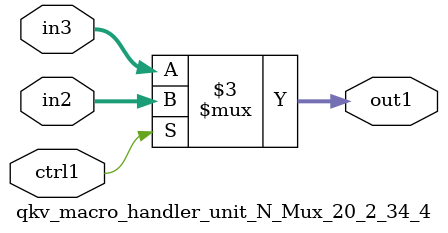
<source format=v>

`timescale 1ps / 1ps


module qkv_macro_handler_unit_N_Mux_20_2_34_4( in3, in2, ctrl1, out1 );

    input [19:0] in3;
    input [19:0] in2;
    input ctrl1;
    output [19:0] out1;
    reg [19:0] out1;

    
    // rtl_process:qkv_macro_handler_unit_N_Mux_20_2_34_4/qkv_macro_handler_unit_N_Mux_20_2_34_4_thread_1
    always @*
      begin : qkv_macro_handler_unit_N_Mux_20_2_34_4_thread_1
        case (ctrl1) 
          1'b1: 
            begin
              out1 = in2;
            end
          default: 
            begin
              out1 = in3;
            end
        endcase
      end

endmodule



</source>
